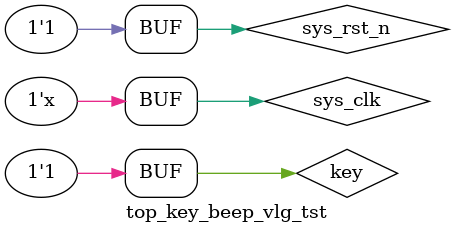
<source format=v>
`timescale 1 ns/ 1 ps
module top_key_beep_vlg_tst();

reg key;
reg sys_clk;
reg sys_rst_n;
                                              
wire beep;
                      
top_key_beep i1 (
	.beep(beep),
	.key(key),
	.sys_clk(sys_clk),
	.sys_rst_n(sys_rst_n)
);

initial                                                
	begin
		sys_clk = 1'b0;
		sys_rst_n = 1'b0;
		key = 1'b1;
		#100 sys_rst_n = 1'b1;
		
		#100 key = 1'b0;	// Bounce
		#100 key = 1'b1;	// Bounce
		#60  key = 1'b0;
		#300 key = 1'b1;
		#60  key = 1'b0;
		#300 key = 1'b1;
end
                                                 
always #10 sys_clk = ~sys_clk;

endmodule
</source>
